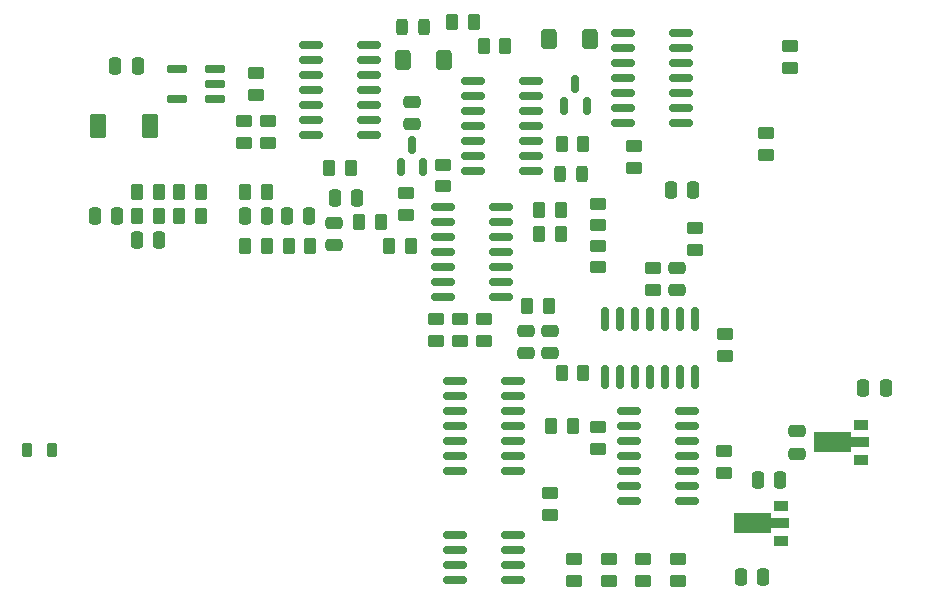
<source format=gbr>
%TF.GenerationSoftware,KiCad,Pcbnew,8.0.0*%
%TF.CreationDate,2024-03-08T18:23:45+01:00*%
%TF.ProjectId,33120a,33333132-3061-42e6-9b69-6361645f7063,rev?*%
%TF.SameCoordinates,Original*%
%TF.FileFunction,Paste,Top*%
%TF.FilePolarity,Positive*%
%FSLAX46Y46*%
G04 Gerber Fmt 4.6, Leading zero omitted, Abs format (unit mm)*
G04 Created by KiCad (PCBNEW 8.0.0) date 2024-03-08 18:23:45*
%MOMM*%
%LPD*%
G01*
G04 APERTURE LIST*
G04 Aperture macros list*
%AMRoundRect*
0 Rectangle with rounded corners*
0 $1 Rounding radius*
0 $2 $3 $4 $5 $6 $7 $8 $9 X,Y pos of 4 corners*
0 Add a 4 corners polygon primitive as box body*
4,1,4,$2,$3,$4,$5,$6,$7,$8,$9,$2,$3,0*
0 Add four circle primitives for the rounded corners*
1,1,$1+$1,$2,$3*
1,1,$1+$1,$4,$5*
1,1,$1+$1,$6,$7*
1,1,$1+$1,$8,$9*
0 Add four rect primitives between the rounded corners*
20,1,$1+$1,$2,$3,$4,$5,0*
20,1,$1+$1,$4,$5,$6,$7,0*
20,1,$1+$1,$6,$7,$8,$9,0*
20,1,$1+$1,$8,$9,$2,$3,0*%
%AMFreePoly0*
4,1,9,3.862500,-0.866500,0.737500,-0.866500,0.737500,-0.450000,-0.737500,-0.450000,-0.737500,0.450000,0.737500,0.450000,0.737500,0.866500,3.862500,0.866500,3.862500,-0.866500,3.862500,-0.866500,$1*%
G04 Aperture macros list end*
%ADD10RoundRect,0.250000X-0.475000X0.250000X-0.475000X-0.250000X0.475000X-0.250000X0.475000X0.250000X0*%
%ADD11RoundRect,0.250000X-0.250000X-0.475000X0.250000X-0.475000X0.250000X0.475000X-0.250000X0.475000X0*%
%ADD12RoundRect,0.250000X0.450000X-0.262500X0.450000X0.262500X-0.450000X0.262500X-0.450000X-0.262500X0*%
%ADD13RoundRect,0.218750X-0.218750X-0.381250X0.218750X-0.381250X0.218750X0.381250X-0.218750X0.381250X0*%
%ADD14RoundRect,0.250000X-0.450000X0.262500X-0.450000X-0.262500X0.450000X-0.262500X0.450000X0.262500X0*%
%ADD15RoundRect,0.150000X-0.150000X0.825000X-0.150000X-0.825000X0.150000X-0.825000X0.150000X0.825000X0*%
%ADD16RoundRect,0.250000X-0.262500X-0.450000X0.262500X-0.450000X0.262500X0.450000X-0.262500X0.450000X0*%
%ADD17RoundRect,0.250000X0.475000X-0.250000X0.475000X0.250000X-0.475000X0.250000X-0.475000X-0.250000X0*%
%ADD18RoundRect,0.150000X-0.825000X-0.150000X0.825000X-0.150000X0.825000X0.150000X-0.825000X0.150000X0*%
%ADD19RoundRect,0.250000X0.250000X0.475000X-0.250000X0.475000X-0.250000X-0.475000X0.250000X-0.475000X0*%
%ADD20RoundRect,0.250000X0.262500X0.450000X-0.262500X0.450000X-0.262500X-0.450000X0.262500X-0.450000X0*%
%ADD21R,1.300000X0.900000*%
%ADD22FreePoly0,180.000000*%
%ADD23RoundRect,0.250000X-0.400000X-0.600000X0.400000X-0.600000X0.400000X0.600000X-0.400000X0.600000X0*%
%ADD24RoundRect,0.243750X-0.243750X-0.456250X0.243750X-0.456250X0.243750X0.456250X-0.243750X0.456250X0*%
%ADD25RoundRect,0.150000X0.150000X-0.587500X0.150000X0.587500X-0.150000X0.587500X-0.150000X-0.587500X0*%
%ADD26RoundRect,0.250000X-0.450000X-0.800000X0.450000X-0.800000X0.450000X0.800000X-0.450000X0.800000X0*%
%ADD27RoundRect,0.250000X0.400000X0.600000X-0.400000X0.600000X-0.400000X-0.600000X0.400000X-0.600000X0*%
%ADD28RoundRect,0.190000X-0.635000X-0.190000X0.635000X-0.190000X0.635000X0.190000X-0.635000X0.190000X0*%
G04 APERTURE END LIST*
D10*
%TO.C,C127*%
X151511000Y-103444000D03*
X151511000Y-105344000D03*
%TD*%
D11*
%TO.C,C123*%
X150942000Y-96901000D03*
X152842000Y-96901000D03*
%TD*%
D12*
%TO.C,R106*%
X144780000Y-103425000D03*
X144780000Y-101600000D03*
%TD*%
D11*
%TO.C,C101*%
X103927500Y-86360000D03*
X105827500Y-86360000D03*
%TD*%
D12*
%TO.C,R103*%
X116840000Y-92860500D03*
X116840000Y-91035500D03*
%TD*%
%TO.C,R143*%
X148648000Y-129944500D03*
X148648000Y-128119500D03*
%TD*%
D13*
%TO.C,FB101*%
X96473500Y-118872000D03*
X98598500Y-118872000D03*
%TD*%
D14*
%TO.C,R118*%
X131064000Y-107799500D03*
X131064000Y-109624500D03*
%TD*%
D15*
%TO.C,U106*%
X153035000Y-107761000D03*
X151765000Y-107761000D03*
X150495000Y-107761000D03*
X149225000Y-107761000D03*
X147955000Y-107761000D03*
X146685000Y-107761000D03*
X145415000Y-107761000D03*
X145415000Y-112711000D03*
X146685000Y-112711000D03*
X147955000Y-112711000D03*
X149225000Y-112711000D03*
X150495000Y-112711000D03*
X151765000Y-112711000D03*
X153035000Y-112711000D03*
%TD*%
D16*
%TO.C,R117*%
X109323500Y-97028000D03*
X111148500Y-97028000D03*
%TD*%
D12*
%TO.C,R119*%
X133096000Y-109624500D03*
X133096000Y-107799500D03*
%TD*%
D14*
%TO.C,R139*%
X161036000Y-84685500D03*
X161036000Y-86510500D03*
%TD*%
D17*
%TO.C,C105*%
X138684000Y-110678000D03*
X138684000Y-108778000D03*
%TD*%
D18*
%TO.C,U104*%
X146877000Y-83566000D03*
X146877000Y-84836000D03*
X146877000Y-86106000D03*
X146877000Y-87376000D03*
X146877000Y-88646000D03*
X146877000Y-89916000D03*
X146877000Y-91186000D03*
X151827000Y-91186000D03*
X151827000Y-89916000D03*
X151827000Y-88646000D03*
X151827000Y-87376000D03*
X151827000Y-86106000D03*
X151827000Y-84836000D03*
X151827000Y-83566000D03*
%TD*%
D19*
%TO.C,C109*%
X116807000Y-99060000D03*
X114907000Y-99060000D03*
%TD*%
D18*
%TO.C,U103*%
X132653000Y-113030000D03*
X132653000Y-114300000D03*
X132653000Y-115570000D03*
X132653000Y-116840000D03*
X132653000Y-118110000D03*
X132653000Y-119380000D03*
X132653000Y-120650000D03*
X137603000Y-120650000D03*
X137603000Y-119380000D03*
X137603000Y-118110000D03*
X137603000Y-116840000D03*
X137603000Y-115570000D03*
X137603000Y-114300000D03*
X137603000Y-113030000D03*
%TD*%
D19*
%TO.C,C112*%
X158765000Y-129667000D03*
X156865000Y-129667000D03*
%TD*%
D16*
%TO.C,R135*%
X109323500Y-99060000D03*
X111148500Y-99060000D03*
%TD*%
D12*
%TO.C,R140*%
X144780000Y-118768500D03*
X144780000Y-116943500D03*
%TD*%
%TO.C,R111*%
X147828000Y-94996000D03*
X147828000Y-93171000D03*
%TD*%
D20*
%TO.C,R115*%
X136929500Y-84709000D03*
X135104500Y-84709000D03*
%TD*%
D19*
%TO.C,C104*%
X124394000Y-97536000D03*
X122494000Y-97536000D03*
%TD*%
D16*
%TO.C,R137*%
X140819500Y-116840000D03*
X142644500Y-116840000D03*
%TD*%
%TO.C,R107*%
X124563500Y-99568000D03*
X126388500Y-99568000D03*
%TD*%
D14*
%TO.C,R129*%
X153000000Y-100087500D03*
X153000000Y-101912500D03*
%TD*%
D10*
%TO.C,C103*%
X129032000Y-89408000D03*
X129032000Y-91308000D03*
%TD*%
D20*
%TO.C,R126*%
X116769500Y-97028000D03*
X114944500Y-97028000D03*
%TD*%
D14*
%TO.C,R127*%
X159004000Y-92051500D03*
X159004000Y-93876500D03*
%TD*%
D20*
%TO.C,R113*%
X128928500Y-101600000D03*
X127103500Y-101600000D03*
%TD*%
D12*
%TO.C,R141*%
X142748000Y-129944500D03*
X142748000Y-128119500D03*
%TD*%
D18*
%TO.C,U112*%
X132653000Y-126111000D03*
X132653000Y-127381000D03*
X132653000Y-128651000D03*
X132653000Y-129921000D03*
X137603000Y-129921000D03*
X137603000Y-128651000D03*
X137603000Y-127381000D03*
X137603000Y-126111000D03*
%TD*%
D12*
%TO.C,R138*%
X155448000Y-120800500D03*
X155448000Y-118975500D03*
%TD*%
D21*
%TO.C,U109*%
X167050000Y-119737000D03*
D22*
X166962500Y-118237000D03*
D21*
X167050000Y-116737000D03*
%TD*%
D23*
%TO.C,CR106*%
X140617000Y-84074000D03*
X144117000Y-84074000D03*
%TD*%
D20*
%TO.C,R110*%
X143557000Y-92964000D03*
X141732000Y-92964000D03*
%TD*%
D14*
%TO.C,R136*%
X140716000Y-122531500D03*
X140716000Y-124356500D03*
%TD*%
D18*
%TO.C,U105*%
X147385000Y-115570000D03*
X147385000Y-116840000D03*
X147385000Y-118110000D03*
X147385000Y-119380000D03*
X147385000Y-120650000D03*
X147385000Y-121920000D03*
X147385000Y-123190000D03*
X152335000Y-123190000D03*
X152335000Y-121920000D03*
X152335000Y-120650000D03*
X152335000Y-119380000D03*
X152335000Y-118110000D03*
X152335000Y-116840000D03*
X152335000Y-115570000D03*
%TD*%
D21*
%TO.C,U108*%
X160273000Y-126595000D03*
D22*
X160185500Y-125095000D03*
D21*
X160273000Y-123595000D03*
%TD*%
D10*
%TO.C,C107*%
X122461000Y-99634000D03*
X122461000Y-101534000D03*
%TD*%
D14*
%TO.C,R112*%
X128524000Y-97131500D03*
X128524000Y-98956500D03*
%TD*%
D24*
%TO.C,CR105*%
X128221500Y-83058000D03*
X130096500Y-83058000D03*
%TD*%
D16*
%TO.C,R133*%
X105767500Y-99060000D03*
X107592500Y-99060000D03*
%TD*%
%TO.C,R124*%
X118604000Y-101600000D03*
X120429000Y-101600000D03*
%TD*%
D25*
%TO.C,CR104*%
X141925000Y-89759000D03*
X143825000Y-89759000D03*
X142875000Y-87884000D03*
%TD*%
D14*
%TO.C,R101*%
X115824000Y-86971500D03*
X115824000Y-88796500D03*
%TD*%
D20*
%TO.C,R114*%
X134262500Y-82677000D03*
X132437500Y-82677000D03*
%TD*%
D12*
%TO.C,R120*%
X135128000Y-109624500D03*
X135128000Y-107799500D03*
%TD*%
D26*
%TO.C,CR108*%
X102448000Y-91440000D03*
X106848000Y-91440000D03*
%TD*%
D14*
%TO.C,R102*%
X114808000Y-91035500D03*
X114808000Y-92860500D03*
%TD*%
D20*
%TO.C,R122*%
X140612500Y-106680000D03*
X138787500Y-106680000D03*
%TD*%
D12*
%TO.C,R142*%
X145698000Y-129944500D03*
X145698000Y-128119500D03*
%TD*%
D11*
%TO.C,C122*%
X102174000Y-99060000D03*
X104074000Y-99060000D03*
%TD*%
D27*
%TO.C,CR102*%
X131798000Y-85852000D03*
X128298000Y-85852000D03*
%TD*%
D12*
%TO.C,R105*%
X144780000Y-99869000D03*
X144780000Y-98044000D03*
%TD*%
D28*
%TO.C,T101*%
X112334000Y-86614000D03*
X112334000Y-87884000D03*
X112334000Y-89154000D03*
X109154000Y-89154000D03*
X109154000Y-86614000D03*
%TD*%
D12*
%TO.C,R144*%
X151598000Y-129944500D03*
X151598000Y-128119500D03*
%TD*%
D20*
%TO.C,R121*%
X143533500Y-112395000D03*
X141708500Y-112395000D03*
%TD*%
D19*
%TO.C,C108*%
X120363000Y-99060000D03*
X118463000Y-99060000D03*
%TD*%
%TO.C,C111*%
X160223000Y-121412000D03*
X158323000Y-121412000D03*
%TD*%
D10*
%TO.C,C114*%
X161671000Y-117287000D03*
X161671000Y-119187000D03*
%TD*%
D17*
%TO.C,C106*%
X140716000Y-110678000D03*
X140716000Y-108778000D03*
%TD*%
D14*
%TO.C,R123*%
X155575000Y-109069500D03*
X155575000Y-110894500D03*
%TD*%
D16*
%TO.C,R125*%
X114944500Y-101600000D03*
X116769500Y-101600000D03*
%TD*%
D20*
%TO.C,R108*%
X141628500Y-100584000D03*
X139803500Y-100584000D03*
%TD*%
D18*
%TO.C,U107*%
X131637000Y-98298000D03*
X131637000Y-99568000D03*
X131637000Y-100838000D03*
X131637000Y-102108000D03*
X131637000Y-103378000D03*
X131637000Y-104648000D03*
X131637000Y-105918000D03*
X136587000Y-105918000D03*
X136587000Y-104648000D03*
X136587000Y-103378000D03*
X136587000Y-102108000D03*
X136587000Y-100838000D03*
X136587000Y-99568000D03*
X136587000Y-98298000D03*
%TD*%
D20*
%TO.C,R109*%
X141628500Y-98552000D03*
X139803500Y-98552000D03*
%TD*%
D18*
%TO.C,U101*%
X120461000Y-84582000D03*
X120461000Y-85852000D03*
X120461000Y-87122000D03*
X120461000Y-88392000D03*
X120461000Y-89662000D03*
X120461000Y-90932000D03*
X120461000Y-92202000D03*
X125411000Y-92202000D03*
X125411000Y-90932000D03*
X125411000Y-89662000D03*
X125411000Y-88392000D03*
X125411000Y-87122000D03*
X125411000Y-85852000D03*
X125411000Y-84582000D03*
%TD*%
D12*
%TO.C,R116*%
X131699000Y-96543500D03*
X131699000Y-94718500D03*
%TD*%
D24*
%TO.C,CR103*%
X141600500Y-95504000D03*
X143475500Y-95504000D03*
%TD*%
D25*
%TO.C,CR101*%
X128082000Y-94917500D03*
X129982000Y-94917500D03*
X129032000Y-93042500D03*
%TD*%
D16*
%TO.C,R104*%
X122023500Y-94996000D03*
X123848500Y-94996000D03*
%TD*%
D12*
%TO.C,R128*%
X149479000Y-105306500D03*
X149479000Y-103481500D03*
%TD*%
D19*
%TO.C,C113*%
X169164000Y-113665000D03*
X167264000Y-113665000D03*
%TD*%
D16*
%TO.C,R134*%
X105767500Y-97028000D03*
X107592500Y-97028000D03*
%TD*%
D11*
%TO.C,C102*%
X105730000Y-101092000D03*
X107630000Y-101092000D03*
%TD*%
D18*
%TO.C,U102*%
X134177000Y-87630000D03*
X134177000Y-88900000D03*
X134177000Y-90170000D03*
X134177000Y-91440000D03*
X134177000Y-92710000D03*
X134177000Y-93980000D03*
X134177000Y-95250000D03*
X139127000Y-95250000D03*
X139127000Y-93980000D03*
X139127000Y-92710000D03*
X139127000Y-91440000D03*
X139127000Y-90170000D03*
X139127000Y-88900000D03*
X139127000Y-87630000D03*
%TD*%
M02*

</source>
